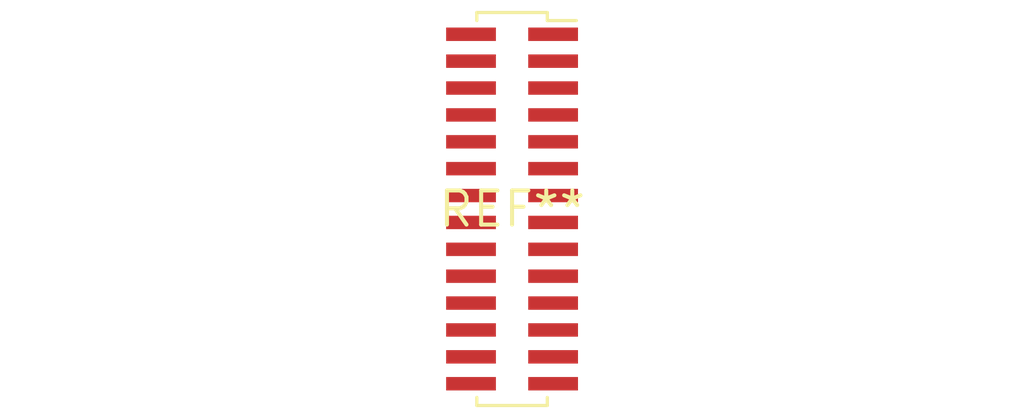
<source format=kicad_pcb>
(kicad_pcb (version 20240108) (generator pcbnew)
  (layers (0 "F.Cu" signal) (31 "B.Cu" signal) (34 "B.Paste" user) (35 "F.Paste" user) (36 "B.SilkS" user "B.Silkscreen") (37 "F.SilkS" user "F.Silkscreen") (38 "B.Mask" user) (39 "F.Mask" user) (44 "Edge.Cuts" user))
  (net 0 "")
  (footprint "PinSocket_2x14_P1.00mm_Vertical_SMD" (layer "F.Cu") (at 0 0)
    (property "Reference" "REF**")
    (property "Value" "PinSocket_2x14_P1.00mm_Vertical_SMD")
    (fp_line (start -1.31 -7.31) (end -1.31 -7.01) (layer "F.SilkS") (stroke (width 0.12)))
    (fp_line (start -1.31 -7.31) (end 1.31 -7.31) (layer "F.SilkS") (stroke (width 0.12)))
    (fp_line (start -1.31 7.01) (end -1.31 7.31) (layer "F.SilkS") (stroke (width 0.12)))
    (fp_line (start -1.31 7.31) (end 1.31 7.31) (layer "F.SilkS") (stroke (width 0.12)))
    (fp_line (start 1.31 -7.31) (end 1.31 -7.01) (layer "F.SilkS") (stroke (width 0.12)))
    (fp_line (start 1.31 -7.01) (end 2.39 -7.01) (layer "F.SilkS") (stroke (width 0.12)))
    (fp_line (start 1.31 7.01) (end 1.31 7.31) (layer "F.SilkS") (stroke (width 0.12)))
    (pad "1" smd rect (at 1.525 -6.5) (size 1.85 0.5) (layers "F.Cu" "F.Paste" "F.Mask"))
    (pad "2" smd rect (at -1.525 -6.5) (size 1.85 0.5) (layers "F.Cu" "F.Paste" "F.Mask"))
    (pad "3" smd rect (at 1.525 -5.5) (size 1.85 0.5) (layers "F.Cu" "F.Paste" "F.Mask"))
    (pad "4" smd rect (at -1.525 -5.5) (size 1.85 0.5) (layers "F.Cu" "F.Paste" "F.Mask"))
    (pad "5" smd rect (at 1.525 -4.5) (size 1.85 0.5) (layers "F.Cu" "F.Paste" "F.Mask"))
    (pad "6" smd rect (at -1.525 -4.5) (size 1.85 0.5) (layers "F.Cu" "F.Paste" "F.Mask"))
    (pad "7" smd rect (at 1.525 -3.5) (size 1.85 0.5) (layers "F.Cu" "F.Paste" "F.Mask"))
    (pad "8" smd rect (at -1.525 -3.5) (size 1.85 0.5) (layers "F.Cu" "F.Paste" "F.Mask"))
    (pad "9" smd rect (at 1.525 -2.5) (size 1.85 0.5) (layers "F.Cu" "F.Paste" "F.Mask"))
    (pad "10" smd rect (at -1.525 -2.5) (size 1.85 0.5) (layers "F.Cu" "F.Paste" "F.Mask"))
    (pad "11" smd rect (at 1.525 -1.5) (size 1.85 0.5) (layers "F.Cu" "F.Paste" "F.Mask"))
    (pad "12" smd rect (at -1.525 -1.5) (size 1.85 0.5) (layers "F.Cu" "F.Paste" "F.Mask"))
    (pad "13" smd rect (at 1.525 -0.5) (size 1.85 0.5) (layers "F.Cu" "F.Paste" "F.Mask"))
    (pad "14" smd rect (at -1.525 -0.5) (size 1.85 0.5) (layers "F.Cu" "F.Paste" "F.Mask"))
    (pad "15" smd rect (at 1.525 0.5) (size 1.85 0.5) (layers "F.Cu" "F.Paste" "F.Mask"))
    (pad "16" smd rect (at -1.525 0.5) (size 1.85 0.5) (layers "F.Cu" "F.Paste" "F.Mask"))
    (pad "17" smd rect (at 1.525 1.5) (size 1.85 0.5) (layers "F.Cu" "F.Paste" "F.Mask"))
    (pad "18" smd rect (at -1.525 1.5) (size 1.85 0.5) (layers "F.Cu" "F.Paste" "F.Mask"))
    (pad "19" smd rect (at 1.525 2.5) (size 1.85 0.5) (layers "F.Cu" "F.Paste" "F.Mask"))
    (pad "20" smd rect (at -1.525 2.5) (size 1.85 0.5) (layers "F.Cu" "F.Paste" "F.Mask"))
    (pad "21" smd rect (at 1.525 3.5) (size 1.85 0.5) (layers "F.Cu" "F.Paste" "F.Mask"))
    (pad "22" smd rect (at -1.525 3.5) (size 1.85 0.5) (layers "F.Cu" "F.Paste" "F.Mask"))
    (pad "23" smd rect (at 1.525 4.5) (size 1.85 0.5) (layers "F.Cu" "F.Paste" "F.Mask"))
    (pad "24" smd rect (at -1.525 4.5) (size 1.85 0.5) (layers "F.Cu" "F.Paste" "F.Mask"))
    (pad "25" smd rect (at 1.525 5.5) (size 1.85 0.5) (layers "F.Cu" "F.Paste" "F.Mask"))
    (pad "26" smd rect (at -1.525 5.5) (size 1.85 0.5) (layers "F.Cu" "F.Paste" "F.Mask"))
    (pad "27" smd rect (at 1.525 6.5) (size 1.85 0.5) (layers "F.Cu" "F.Paste" "F.Mask"))
    (pad "28" smd rect (at -1.525 6.5) (size 1.85 0.5) (layers "F.Cu" "F.Paste" "F.Mask"))
  )
)
</source>
